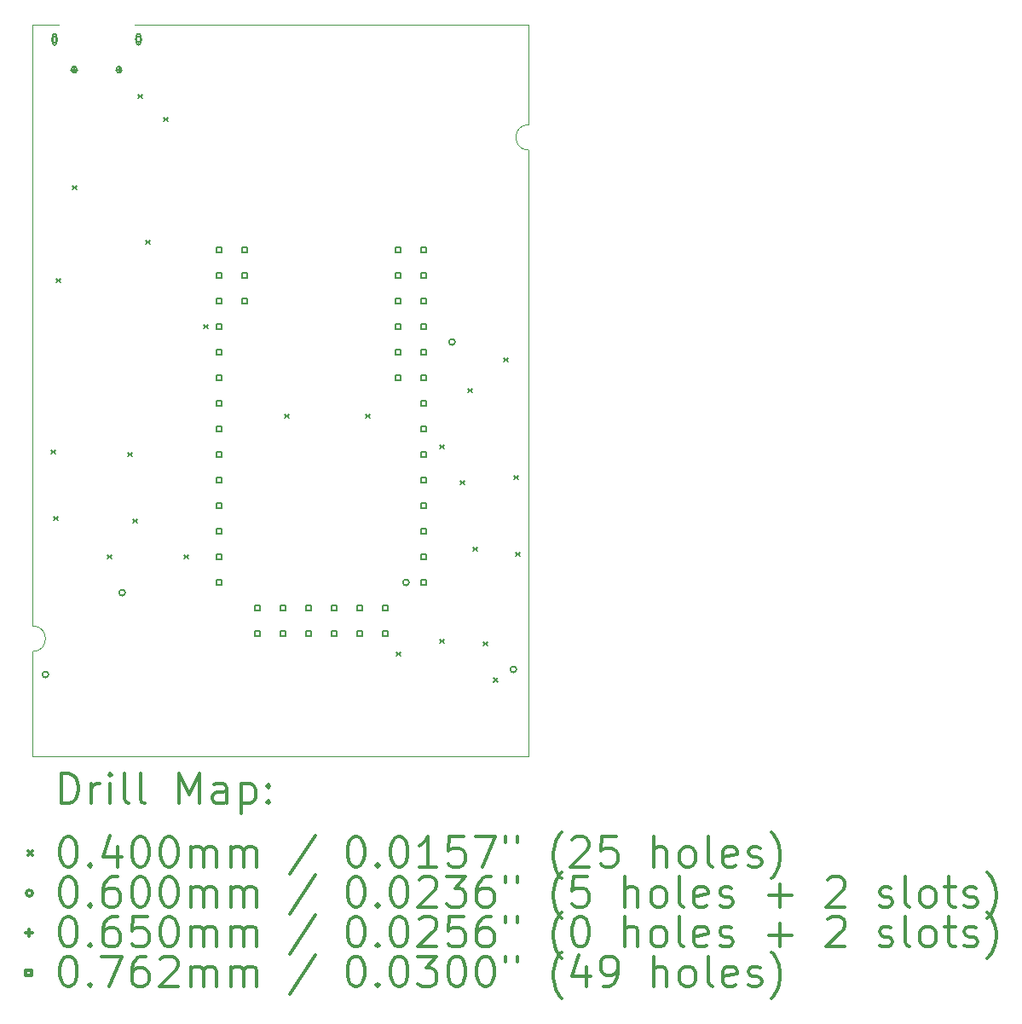
<source format=gbr>
%FSLAX45Y45*%
G04 Gerber Fmt 4.5, Leading zero omitted, Abs format (unit mm)*
G04 Created by KiCad (PCBNEW (5.1.10)-1) date 2022-08-09 16:28:00*
%MOMM*%
%LPD*%
G01*
G04 APERTURE LIST*
%TA.AperFunction,Profile*%
%ADD10C,0.050000*%
%TD*%
%ADD11C,0.200000*%
%ADD12C,0.300000*%
G04 APERTURE END LIST*
D10*
X8921400Y-9651780D02*
X8661400Y-9652000D01*
X13589000Y-9652000D02*
X9671400Y-9651780D01*
X13589000Y-10642600D02*
X13589000Y-9652000D01*
X8661400Y-9652000D02*
X8661400Y-15621000D01*
X13589000Y-16916400D02*
X13589000Y-10896600D01*
X8661400Y-16916400D02*
X13589000Y-16916400D01*
X8661400Y-15875000D02*
X8661400Y-16916400D01*
X13589000Y-10896600D02*
G75*
G02*
X13589000Y-10642600I0J127000D01*
G01*
X8661400Y-15621000D02*
G75*
G02*
X8661400Y-15875000I0J-127000D01*
G01*
D11*
X8844600Y-13873800D02*
X8884600Y-13913800D01*
X8884600Y-13873800D02*
X8844600Y-13913800D01*
X8870000Y-14534200D02*
X8910000Y-14574200D01*
X8910000Y-14534200D02*
X8870000Y-14574200D01*
X8895400Y-12172000D02*
X8935400Y-12212000D01*
X8935400Y-12172000D02*
X8895400Y-12212000D01*
X9057800Y-11247600D02*
X9097800Y-11287600D01*
X9097800Y-11247600D02*
X9057800Y-11287600D01*
X9403400Y-14915200D02*
X9443400Y-14955200D01*
X9443400Y-14915200D02*
X9403400Y-14955200D01*
X9606600Y-13899200D02*
X9646600Y-13939200D01*
X9646600Y-13899200D02*
X9606600Y-13939200D01*
X9657400Y-14559600D02*
X9697400Y-14599600D01*
X9697400Y-14559600D02*
X9657400Y-14599600D01*
X9708200Y-10343200D02*
X9748200Y-10383200D01*
X9748200Y-10343200D02*
X9708200Y-10383200D01*
X9784400Y-11791000D02*
X9824400Y-11831000D01*
X9824400Y-11791000D02*
X9784400Y-11831000D01*
X9962200Y-10571800D02*
X10002200Y-10611800D01*
X10002200Y-10571800D02*
X9962200Y-10611800D01*
X10165400Y-14915200D02*
X10205400Y-14955200D01*
X10205400Y-14915200D02*
X10165400Y-14955200D01*
X10359400Y-12629200D02*
X10399400Y-12669200D01*
X10399400Y-12629200D02*
X10359400Y-12669200D01*
X11166800Y-13518200D02*
X11206800Y-13558200D01*
X11206800Y-13518200D02*
X11166800Y-13558200D01*
X11968800Y-13518200D02*
X12008800Y-13558200D01*
X12008800Y-13518200D02*
X11968800Y-13558200D01*
X12273600Y-15880400D02*
X12313600Y-15920400D01*
X12313600Y-15880400D02*
X12273600Y-15920400D01*
X12705400Y-13823000D02*
X12745400Y-13863000D01*
X12745400Y-13823000D02*
X12705400Y-13863000D01*
X12705400Y-15753400D02*
X12745400Y-15793400D01*
X12745400Y-15753400D02*
X12705400Y-15793400D01*
X12908600Y-14178600D02*
X12948600Y-14218600D01*
X12948600Y-14178600D02*
X12908600Y-14218600D01*
X12984800Y-13264200D02*
X13024800Y-13304200D01*
X13024800Y-13264200D02*
X12984800Y-13304200D01*
X13035600Y-14839000D02*
X13075600Y-14879000D01*
X13075600Y-14839000D02*
X13035600Y-14879000D01*
X13137600Y-15778800D02*
X13177600Y-15818800D01*
X13177600Y-15778800D02*
X13137600Y-15818800D01*
X13242597Y-16138197D02*
X13282597Y-16178197D01*
X13282597Y-16138197D02*
X13242597Y-16178197D01*
X13340400Y-12959400D02*
X13380400Y-12999400D01*
X13380400Y-12959400D02*
X13340400Y-12999400D01*
X13442000Y-14127800D02*
X13482000Y-14167800D01*
X13482000Y-14127800D02*
X13442000Y-14167800D01*
X13462499Y-14889800D02*
X13502499Y-14929800D01*
X13502499Y-14889800D02*
X13462499Y-14929800D01*
X8818400Y-16103600D02*
G75*
G03*
X8818400Y-16103600I-30000J0D01*
G01*
X8908900Y-9796780D02*
G75*
G03*
X8908900Y-9796780I-30000J0D01*
G01*
X8898900Y-9831780D02*
X8898900Y-9761780D01*
X8858900Y-9831780D02*
X8858900Y-9761780D01*
X8898900Y-9761780D02*
G75*
G03*
X8858900Y-9761780I-20000J0D01*
G01*
X8858900Y-9831780D02*
G75*
G03*
X8898900Y-9831780I20000J0D01*
G01*
X9580400Y-15290800D02*
G75*
G03*
X9580400Y-15290800I-30000J0D01*
G01*
X9743900Y-9796780D02*
G75*
G03*
X9743900Y-9796780I-30000J0D01*
G01*
X9733900Y-9831780D02*
X9733900Y-9761780D01*
X9693900Y-9831780D02*
X9693900Y-9761780D01*
X9733900Y-9761780D02*
G75*
G03*
X9693900Y-9761780I-20000J0D01*
G01*
X9693900Y-9831780D02*
G75*
G03*
X9733900Y-9831780I20000J0D01*
G01*
X12399800Y-15189200D02*
G75*
G03*
X12399800Y-15189200I-30000J0D01*
G01*
X12857000Y-12801600D02*
G75*
G03*
X12857000Y-12801600I-30000J0D01*
G01*
X13466600Y-16052800D02*
G75*
G03*
X13466600Y-16052800I-30000J0D01*
G01*
X9073900Y-10064280D02*
X9073900Y-10129280D01*
X9041400Y-10096780D02*
X9106400Y-10096780D01*
X9096400Y-10106780D02*
X9096400Y-10086780D01*
X9051400Y-10106780D02*
X9051400Y-10086780D01*
X9096400Y-10086780D02*
G75*
G03*
X9051400Y-10086780I-22500J0D01*
G01*
X9051400Y-10106780D02*
G75*
G03*
X9096400Y-10106780I22500J0D01*
G01*
X9518900Y-10064280D02*
X9518900Y-10129280D01*
X9486400Y-10096780D02*
X9551400Y-10096780D01*
X9541400Y-10106780D02*
X9541400Y-10086780D01*
X9496400Y-10106780D02*
X9496400Y-10086780D01*
X9541400Y-10086780D02*
G75*
G03*
X9496400Y-10086780I-22500J0D01*
G01*
X9496400Y-10106780D02*
G75*
G03*
X9541400Y-10106780I22500J0D01*
G01*
X10542541Y-11914141D02*
X10542541Y-11860259D01*
X10488659Y-11860259D01*
X10488659Y-11914141D01*
X10542541Y-11914141D01*
X10542541Y-12168141D02*
X10542541Y-12114259D01*
X10488659Y-12114259D01*
X10488659Y-12168141D01*
X10542541Y-12168141D01*
X10542541Y-12422141D02*
X10542541Y-12368259D01*
X10488659Y-12368259D01*
X10488659Y-12422141D01*
X10542541Y-12422141D01*
X10542541Y-12676141D02*
X10542541Y-12622259D01*
X10488659Y-12622259D01*
X10488659Y-12676141D01*
X10542541Y-12676141D01*
X10542541Y-12930141D02*
X10542541Y-12876259D01*
X10488659Y-12876259D01*
X10488659Y-12930141D01*
X10542541Y-12930141D01*
X10542541Y-13184141D02*
X10542541Y-13130259D01*
X10488659Y-13130259D01*
X10488659Y-13184141D01*
X10542541Y-13184141D01*
X10542541Y-13438141D02*
X10542541Y-13384259D01*
X10488659Y-13384259D01*
X10488659Y-13438141D01*
X10542541Y-13438141D01*
X10542541Y-13692141D02*
X10542541Y-13638259D01*
X10488659Y-13638259D01*
X10488659Y-13692141D01*
X10542541Y-13692141D01*
X10542541Y-13946141D02*
X10542541Y-13892259D01*
X10488659Y-13892259D01*
X10488659Y-13946141D01*
X10542541Y-13946141D01*
X10542541Y-14200141D02*
X10542541Y-14146259D01*
X10488659Y-14146259D01*
X10488659Y-14200141D01*
X10542541Y-14200141D01*
X10542541Y-14454141D02*
X10542541Y-14400259D01*
X10488659Y-14400259D01*
X10488659Y-14454141D01*
X10542541Y-14454141D01*
X10542541Y-14708141D02*
X10542541Y-14654259D01*
X10488659Y-14654259D01*
X10488659Y-14708141D01*
X10542541Y-14708141D01*
X10542541Y-14962141D02*
X10542541Y-14908259D01*
X10488659Y-14908259D01*
X10488659Y-14962141D01*
X10542541Y-14962141D01*
X10542541Y-15216141D02*
X10542541Y-15162259D01*
X10488659Y-15162259D01*
X10488659Y-15216141D01*
X10542541Y-15216141D01*
X10796541Y-11914141D02*
X10796541Y-11860259D01*
X10742659Y-11860259D01*
X10742659Y-11914141D01*
X10796541Y-11914141D01*
X10796541Y-12168141D02*
X10796541Y-12114259D01*
X10742659Y-12114259D01*
X10742659Y-12168141D01*
X10796541Y-12168141D01*
X10796541Y-12422141D02*
X10796541Y-12368259D01*
X10742659Y-12368259D01*
X10742659Y-12422141D01*
X10796541Y-12422141D01*
X10923541Y-15470141D02*
X10923541Y-15416259D01*
X10869659Y-15416259D01*
X10869659Y-15470141D01*
X10923541Y-15470141D01*
X10923541Y-15724141D02*
X10923541Y-15670259D01*
X10869659Y-15670259D01*
X10869659Y-15724141D01*
X10923541Y-15724141D01*
X11177541Y-15470141D02*
X11177541Y-15416259D01*
X11123659Y-15416259D01*
X11123659Y-15470141D01*
X11177541Y-15470141D01*
X11177541Y-15724141D02*
X11177541Y-15670259D01*
X11123659Y-15670259D01*
X11123659Y-15724141D01*
X11177541Y-15724141D01*
X11431541Y-15470141D02*
X11431541Y-15416259D01*
X11377659Y-15416259D01*
X11377659Y-15470141D01*
X11431541Y-15470141D01*
X11431541Y-15724141D02*
X11431541Y-15670259D01*
X11377659Y-15670259D01*
X11377659Y-15724141D01*
X11431541Y-15724141D01*
X11685541Y-15470141D02*
X11685541Y-15416259D01*
X11631659Y-15416259D01*
X11631659Y-15470141D01*
X11685541Y-15470141D01*
X11685541Y-15724141D02*
X11685541Y-15670259D01*
X11631659Y-15670259D01*
X11631659Y-15724141D01*
X11685541Y-15724141D01*
X11939541Y-15470141D02*
X11939541Y-15416259D01*
X11885659Y-15416259D01*
X11885659Y-15470141D01*
X11939541Y-15470141D01*
X11939541Y-15724141D02*
X11939541Y-15670259D01*
X11885659Y-15670259D01*
X11885659Y-15724141D01*
X11939541Y-15724141D01*
X12193541Y-15470141D02*
X12193541Y-15416259D01*
X12139659Y-15416259D01*
X12139659Y-15470141D01*
X12193541Y-15470141D01*
X12193541Y-15724141D02*
X12193541Y-15670259D01*
X12139659Y-15670259D01*
X12139659Y-15724141D01*
X12193541Y-15724141D01*
X12320541Y-11914141D02*
X12320541Y-11860259D01*
X12266659Y-11860259D01*
X12266659Y-11914141D01*
X12320541Y-11914141D01*
X12320541Y-12168141D02*
X12320541Y-12114259D01*
X12266659Y-12114259D01*
X12266659Y-12168141D01*
X12320541Y-12168141D01*
X12320541Y-12422141D02*
X12320541Y-12368259D01*
X12266659Y-12368259D01*
X12266659Y-12422141D01*
X12320541Y-12422141D01*
X12320541Y-12676141D02*
X12320541Y-12622259D01*
X12266659Y-12622259D01*
X12266659Y-12676141D01*
X12320541Y-12676141D01*
X12320541Y-12930141D02*
X12320541Y-12876259D01*
X12266659Y-12876259D01*
X12266659Y-12930141D01*
X12320541Y-12930141D01*
X12320541Y-13184141D02*
X12320541Y-13130259D01*
X12266659Y-13130259D01*
X12266659Y-13184141D01*
X12320541Y-13184141D01*
X12574541Y-11914141D02*
X12574541Y-11860259D01*
X12520659Y-11860259D01*
X12520659Y-11914141D01*
X12574541Y-11914141D01*
X12574541Y-12168141D02*
X12574541Y-12114259D01*
X12520659Y-12114259D01*
X12520659Y-12168141D01*
X12574541Y-12168141D01*
X12574541Y-12422141D02*
X12574541Y-12368259D01*
X12520659Y-12368259D01*
X12520659Y-12422141D01*
X12574541Y-12422141D01*
X12574541Y-12676141D02*
X12574541Y-12622259D01*
X12520659Y-12622259D01*
X12520659Y-12676141D01*
X12574541Y-12676141D01*
X12574541Y-12930141D02*
X12574541Y-12876259D01*
X12520659Y-12876259D01*
X12520659Y-12930141D01*
X12574541Y-12930141D01*
X12574541Y-13184141D02*
X12574541Y-13130259D01*
X12520659Y-13130259D01*
X12520659Y-13184141D01*
X12574541Y-13184141D01*
X12574541Y-13438141D02*
X12574541Y-13384259D01*
X12520659Y-13384259D01*
X12520659Y-13438141D01*
X12574541Y-13438141D01*
X12574541Y-13692141D02*
X12574541Y-13638259D01*
X12520659Y-13638259D01*
X12520659Y-13692141D01*
X12574541Y-13692141D01*
X12574541Y-13946141D02*
X12574541Y-13892259D01*
X12520659Y-13892259D01*
X12520659Y-13946141D01*
X12574541Y-13946141D01*
X12574541Y-14200141D02*
X12574541Y-14146259D01*
X12520659Y-14146259D01*
X12520659Y-14200141D01*
X12574541Y-14200141D01*
X12574541Y-14454141D02*
X12574541Y-14400259D01*
X12520659Y-14400259D01*
X12520659Y-14454141D01*
X12574541Y-14454141D01*
X12574541Y-14708141D02*
X12574541Y-14654259D01*
X12520659Y-14654259D01*
X12520659Y-14708141D01*
X12574541Y-14708141D01*
X12574541Y-14962141D02*
X12574541Y-14908259D01*
X12520659Y-14908259D01*
X12520659Y-14962141D01*
X12574541Y-14962141D01*
X12574541Y-15216141D02*
X12574541Y-15162259D01*
X12520659Y-15162259D01*
X12520659Y-15216141D01*
X12574541Y-15216141D01*
D12*
X8945328Y-17384614D02*
X8945328Y-17084614D01*
X9016757Y-17084614D01*
X9059614Y-17098900D01*
X9088186Y-17127472D01*
X9102471Y-17156043D01*
X9116757Y-17213186D01*
X9116757Y-17256043D01*
X9102471Y-17313186D01*
X9088186Y-17341757D01*
X9059614Y-17370329D01*
X9016757Y-17384614D01*
X8945328Y-17384614D01*
X9245328Y-17384614D02*
X9245328Y-17184614D01*
X9245328Y-17241757D02*
X9259614Y-17213186D01*
X9273900Y-17198900D01*
X9302471Y-17184614D01*
X9331043Y-17184614D01*
X9431043Y-17384614D02*
X9431043Y-17184614D01*
X9431043Y-17084614D02*
X9416757Y-17098900D01*
X9431043Y-17113186D01*
X9445328Y-17098900D01*
X9431043Y-17084614D01*
X9431043Y-17113186D01*
X9616757Y-17384614D02*
X9588186Y-17370329D01*
X9573900Y-17341757D01*
X9573900Y-17084614D01*
X9773900Y-17384614D02*
X9745328Y-17370329D01*
X9731043Y-17341757D01*
X9731043Y-17084614D01*
X10116757Y-17384614D02*
X10116757Y-17084614D01*
X10216757Y-17298900D01*
X10316757Y-17084614D01*
X10316757Y-17384614D01*
X10588186Y-17384614D02*
X10588186Y-17227472D01*
X10573900Y-17198900D01*
X10545328Y-17184614D01*
X10488186Y-17184614D01*
X10459614Y-17198900D01*
X10588186Y-17370329D02*
X10559614Y-17384614D01*
X10488186Y-17384614D01*
X10459614Y-17370329D01*
X10445328Y-17341757D01*
X10445328Y-17313186D01*
X10459614Y-17284614D01*
X10488186Y-17270329D01*
X10559614Y-17270329D01*
X10588186Y-17256043D01*
X10731043Y-17184614D02*
X10731043Y-17484614D01*
X10731043Y-17198900D02*
X10759614Y-17184614D01*
X10816757Y-17184614D01*
X10845328Y-17198900D01*
X10859614Y-17213186D01*
X10873900Y-17241757D01*
X10873900Y-17327472D01*
X10859614Y-17356043D01*
X10845328Y-17370329D01*
X10816757Y-17384614D01*
X10759614Y-17384614D01*
X10731043Y-17370329D01*
X11002471Y-17356043D02*
X11016757Y-17370329D01*
X11002471Y-17384614D01*
X10988186Y-17370329D01*
X11002471Y-17356043D01*
X11002471Y-17384614D01*
X11002471Y-17198900D02*
X11016757Y-17213186D01*
X11002471Y-17227472D01*
X10988186Y-17213186D01*
X11002471Y-17198900D01*
X11002471Y-17227472D01*
X8618900Y-17858900D02*
X8658900Y-17898900D01*
X8658900Y-17858900D02*
X8618900Y-17898900D01*
X9002471Y-17714614D02*
X9031043Y-17714614D01*
X9059614Y-17728900D01*
X9073900Y-17743186D01*
X9088186Y-17771757D01*
X9102471Y-17828900D01*
X9102471Y-17900329D01*
X9088186Y-17957472D01*
X9073900Y-17986043D01*
X9059614Y-18000329D01*
X9031043Y-18014614D01*
X9002471Y-18014614D01*
X8973900Y-18000329D01*
X8959614Y-17986043D01*
X8945328Y-17957472D01*
X8931043Y-17900329D01*
X8931043Y-17828900D01*
X8945328Y-17771757D01*
X8959614Y-17743186D01*
X8973900Y-17728900D01*
X9002471Y-17714614D01*
X9231043Y-17986043D02*
X9245328Y-18000329D01*
X9231043Y-18014614D01*
X9216757Y-18000329D01*
X9231043Y-17986043D01*
X9231043Y-18014614D01*
X9502471Y-17814614D02*
X9502471Y-18014614D01*
X9431043Y-17700329D02*
X9359614Y-17914614D01*
X9545328Y-17914614D01*
X9716757Y-17714614D02*
X9745328Y-17714614D01*
X9773900Y-17728900D01*
X9788186Y-17743186D01*
X9802471Y-17771757D01*
X9816757Y-17828900D01*
X9816757Y-17900329D01*
X9802471Y-17957472D01*
X9788186Y-17986043D01*
X9773900Y-18000329D01*
X9745328Y-18014614D01*
X9716757Y-18014614D01*
X9688186Y-18000329D01*
X9673900Y-17986043D01*
X9659614Y-17957472D01*
X9645328Y-17900329D01*
X9645328Y-17828900D01*
X9659614Y-17771757D01*
X9673900Y-17743186D01*
X9688186Y-17728900D01*
X9716757Y-17714614D01*
X10002471Y-17714614D02*
X10031043Y-17714614D01*
X10059614Y-17728900D01*
X10073900Y-17743186D01*
X10088186Y-17771757D01*
X10102471Y-17828900D01*
X10102471Y-17900329D01*
X10088186Y-17957472D01*
X10073900Y-17986043D01*
X10059614Y-18000329D01*
X10031043Y-18014614D01*
X10002471Y-18014614D01*
X9973900Y-18000329D01*
X9959614Y-17986043D01*
X9945328Y-17957472D01*
X9931043Y-17900329D01*
X9931043Y-17828900D01*
X9945328Y-17771757D01*
X9959614Y-17743186D01*
X9973900Y-17728900D01*
X10002471Y-17714614D01*
X10231043Y-18014614D02*
X10231043Y-17814614D01*
X10231043Y-17843186D02*
X10245328Y-17828900D01*
X10273900Y-17814614D01*
X10316757Y-17814614D01*
X10345328Y-17828900D01*
X10359614Y-17857472D01*
X10359614Y-18014614D01*
X10359614Y-17857472D02*
X10373900Y-17828900D01*
X10402471Y-17814614D01*
X10445328Y-17814614D01*
X10473900Y-17828900D01*
X10488186Y-17857472D01*
X10488186Y-18014614D01*
X10631043Y-18014614D02*
X10631043Y-17814614D01*
X10631043Y-17843186D02*
X10645328Y-17828900D01*
X10673900Y-17814614D01*
X10716757Y-17814614D01*
X10745328Y-17828900D01*
X10759614Y-17857472D01*
X10759614Y-18014614D01*
X10759614Y-17857472D02*
X10773900Y-17828900D01*
X10802471Y-17814614D01*
X10845328Y-17814614D01*
X10873900Y-17828900D01*
X10888186Y-17857472D01*
X10888186Y-18014614D01*
X11473900Y-17700329D02*
X11216757Y-18086043D01*
X11859614Y-17714614D02*
X11888186Y-17714614D01*
X11916757Y-17728900D01*
X11931043Y-17743186D01*
X11945328Y-17771757D01*
X11959614Y-17828900D01*
X11959614Y-17900329D01*
X11945328Y-17957472D01*
X11931043Y-17986043D01*
X11916757Y-18000329D01*
X11888186Y-18014614D01*
X11859614Y-18014614D01*
X11831043Y-18000329D01*
X11816757Y-17986043D01*
X11802471Y-17957472D01*
X11788186Y-17900329D01*
X11788186Y-17828900D01*
X11802471Y-17771757D01*
X11816757Y-17743186D01*
X11831043Y-17728900D01*
X11859614Y-17714614D01*
X12088186Y-17986043D02*
X12102471Y-18000329D01*
X12088186Y-18014614D01*
X12073900Y-18000329D01*
X12088186Y-17986043D01*
X12088186Y-18014614D01*
X12288186Y-17714614D02*
X12316757Y-17714614D01*
X12345328Y-17728900D01*
X12359614Y-17743186D01*
X12373900Y-17771757D01*
X12388186Y-17828900D01*
X12388186Y-17900329D01*
X12373900Y-17957472D01*
X12359614Y-17986043D01*
X12345328Y-18000329D01*
X12316757Y-18014614D01*
X12288186Y-18014614D01*
X12259614Y-18000329D01*
X12245328Y-17986043D01*
X12231043Y-17957472D01*
X12216757Y-17900329D01*
X12216757Y-17828900D01*
X12231043Y-17771757D01*
X12245328Y-17743186D01*
X12259614Y-17728900D01*
X12288186Y-17714614D01*
X12673900Y-18014614D02*
X12502471Y-18014614D01*
X12588186Y-18014614D02*
X12588186Y-17714614D01*
X12559614Y-17757472D01*
X12531043Y-17786043D01*
X12502471Y-17800329D01*
X12945328Y-17714614D02*
X12802471Y-17714614D01*
X12788186Y-17857472D01*
X12802471Y-17843186D01*
X12831043Y-17828900D01*
X12902471Y-17828900D01*
X12931043Y-17843186D01*
X12945328Y-17857472D01*
X12959614Y-17886043D01*
X12959614Y-17957472D01*
X12945328Y-17986043D01*
X12931043Y-18000329D01*
X12902471Y-18014614D01*
X12831043Y-18014614D01*
X12802471Y-18000329D01*
X12788186Y-17986043D01*
X13059614Y-17714614D02*
X13259614Y-17714614D01*
X13131043Y-18014614D01*
X13359614Y-17714614D02*
X13359614Y-17771757D01*
X13473900Y-17714614D02*
X13473900Y-17771757D01*
X13916757Y-18128900D02*
X13902471Y-18114614D01*
X13873900Y-18071757D01*
X13859614Y-18043186D01*
X13845328Y-18000329D01*
X13831043Y-17928900D01*
X13831043Y-17871757D01*
X13845328Y-17800329D01*
X13859614Y-17757472D01*
X13873900Y-17728900D01*
X13902471Y-17686043D01*
X13916757Y-17671757D01*
X14016757Y-17743186D02*
X14031043Y-17728900D01*
X14059614Y-17714614D01*
X14131043Y-17714614D01*
X14159614Y-17728900D01*
X14173900Y-17743186D01*
X14188186Y-17771757D01*
X14188186Y-17800329D01*
X14173900Y-17843186D01*
X14002471Y-18014614D01*
X14188186Y-18014614D01*
X14459614Y-17714614D02*
X14316757Y-17714614D01*
X14302471Y-17857472D01*
X14316757Y-17843186D01*
X14345328Y-17828900D01*
X14416757Y-17828900D01*
X14445328Y-17843186D01*
X14459614Y-17857472D01*
X14473900Y-17886043D01*
X14473900Y-17957472D01*
X14459614Y-17986043D01*
X14445328Y-18000329D01*
X14416757Y-18014614D01*
X14345328Y-18014614D01*
X14316757Y-18000329D01*
X14302471Y-17986043D01*
X14831043Y-18014614D02*
X14831043Y-17714614D01*
X14959614Y-18014614D02*
X14959614Y-17857472D01*
X14945328Y-17828900D01*
X14916757Y-17814614D01*
X14873900Y-17814614D01*
X14845328Y-17828900D01*
X14831043Y-17843186D01*
X15145328Y-18014614D02*
X15116757Y-18000329D01*
X15102471Y-17986043D01*
X15088186Y-17957472D01*
X15088186Y-17871757D01*
X15102471Y-17843186D01*
X15116757Y-17828900D01*
X15145328Y-17814614D01*
X15188186Y-17814614D01*
X15216757Y-17828900D01*
X15231043Y-17843186D01*
X15245328Y-17871757D01*
X15245328Y-17957472D01*
X15231043Y-17986043D01*
X15216757Y-18000329D01*
X15188186Y-18014614D01*
X15145328Y-18014614D01*
X15416757Y-18014614D02*
X15388186Y-18000329D01*
X15373900Y-17971757D01*
X15373900Y-17714614D01*
X15645328Y-18000329D02*
X15616757Y-18014614D01*
X15559614Y-18014614D01*
X15531043Y-18000329D01*
X15516757Y-17971757D01*
X15516757Y-17857472D01*
X15531043Y-17828900D01*
X15559614Y-17814614D01*
X15616757Y-17814614D01*
X15645328Y-17828900D01*
X15659614Y-17857472D01*
X15659614Y-17886043D01*
X15516757Y-17914614D01*
X15773900Y-18000329D02*
X15802471Y-18014614D01*
X15859614Y-18014614D01*
X15888186Y-18000329D01*
X15902471Y-17971757D01*
X15902471Y-17957472D01*
X15888186Y-17928900D01*
X15859614Y-17914614D01*
X15816757Y-17914614D01*
X15788186Y-17900329D01*
X15773900Y-17871757D01*
X15773900Y-17857472D01*
X15788186Y-17828900D01*
X15816757Y-17814614D01*
X15859614Y-17814614D01*
X15888186Y-17828900D01*
X16002471Y-18128900D02*
X16016757Y-18114614D01*
X16045328Y-18071757D01*
X16059614Y-18043186D01*
X16073900Y-18000329D01*
X16088186Y-17928900D01*
X16088186Y-17871757D01*
X16073900Y-17800329D01*
X16059614Y-17757472D01*
X16045328Y-17728900D01*
X16016757Y-17686043D01*
X16002471Y-17671757D01*
X8658900Y-18274900D02*
G75*
G03*
X8658900Y-18274900I-30000J0D01*
G01*
X9002471Y-18110614D02*
X9031043Y-18110614D01*
X9059614Y-18124900D01*
X9073900Y-18139186D01*
X9088186Y-18167757D01*
X9102471Y-18224900D01*
X9102471Y-18296329D01*
X9088186Y-18353472D01*
X9073900Y-18382043D01*
X9059614Y-18396329D01*
X9031043Y-18410614D01*
X9002471Y-18410614D01*
X8973900Y-18396329D01*
X8959614Y-18382043D01*
X8945328Y-18353472D01*
X8931043Y-18296329D01*
X8931043Y-18224900D01*
X8945328Y-18167757D01*
X8959614Y-18139186D01*
X8973900Y-18124900D01*
X9002471Y-18110614D01*
X9231043Y-18382043D02*
X9245328Y-18396329D01*
X9231043Y-18410614D01*
X9216757Y-18396329D01*
X9231043Y-18382043D01*
X9231043Y-18410614D01*
X9502471Y-18110614D02*
X9445328Y-18110614D01*
X9416757Y-18124900D01*
X9402471Y-18139186D01*
X9373900Y-18182043D01*
X9359614Y-18239186D01*
X9359614Y-18353472D01*
X9373900Y-18382043D01*
X9388186Y-18396329D01*
X9416757Y-18410614D01*
X9473900Y-18410614D01*
X9502471Y-18396329D01*
X9516757Y-18382043D01*
X9531043Y-18353472D01*
X9531043Y-18282043D01*
X9516757Y-18253472D01*
X9502471Y-18239186D01*
X9473900Y-18224900D01*
X9416757Y-18224900D01*
X9388186Y-18239186D01*
X9373900Y-18253472D01*
X9359614Y-18282043D01*
X9716757Y-18110614D02*
X9745328Y-18110614D01*
X9773900Y-18124900D01*
X9788186Y-18139186D01*
X9802471Y-18167757D01*
X9816757Y-18224900D01*
X9816757Y-18296329D01*
X9802471Y-18353472D01*
X9788186Y-18382043D01*
X9773900Y-18396329D01*
X9745328Y-18410614D01*
X9716757Y-18410614D01*
X9688186Y-18396329D01*
X9673900Y-18382043D01*
X9659614Y-18353472D01*
X9645328Y-18296329D01*
X9645328Y-18224900D01*
X9659614Y-18167757D01*
X9673900Y-18139186D01*
X9688186Y-18124900D01*
X9716757Y-18110614D01*
X10002471Y-18110614D02*
X10031043Y-18110614D01*
X10059614Y-18124900D01*
X10073900Y-18139186D01*
X10088186Y-18167757D01*
X10102471Y-18224900D01*
X10102471Y-18296329D01*
X10088186Y-18353472D01*
X10073900Y-18382043D01*
X10059614Y-18396329D01*
X10031043Y-18410614D01*
X10002471Y-18410614D01*
X9973900Y-18396329D01*
X9959614Y-18382043D01*
X9945328Y-18353472D01*
X9931043Y-18296329D01*
X9931043Y-18224900D01*
X9945328Y-18167757D01*
X9959614Y-18139186D01*
X9973900Y-18124900D01*
X10002471Y-18110614D01*
X10231043Y-18410614D02*
X10231043Y-18210614D01*
X10231043Y-18239186D02*
X10245328Y-18224900D01*
X10273900Y-18210614D01*
X10316757Y-18210614D01*
X10345328Y-18224900D01*
X10359614Y-18253472D01*
X10359614Y-18410614D01*
X10359614Y-18253472D02*
X10373900Y-18224900D01*
X10402471Y-18210614D01*
X10445328Y-18210614D01*
X10473900Y-18224900D01*
X10488186Y-18253472D01*
X10488186Y-18410614D01*
X10631043Y-18410614D02*
X10631043Y-18210614D01*
X10631043Y-18239186D02*
X10645328Y-18224900D01*
X10673900Y-18210614D01*
X10716757Y-18210614D01*
X10745328Y-18224900D01*
X10759614Y-18253472D01*
X10759614Y-18410614D01*
X10759614Y-18253472D02*
X10773900Y-18224900D01*
X10802471Y-18210614D01*
X10845328Y-18210614D01*
X10873900Y-18224900D01*
X10888186Y-18253472D01*
X10888186Y-18410614D01*
X11473900Y-18096329D02*
X11216757Y-18482043D01*
X11859614Y-18110614D02*
X11888186Y-18110614D01*
X11916757Y-18124900D01*
X11931043Y-18139186D01*
X11945328Y-18167757D01*
X11959614Y-18224900D01*
X11959614Y-18296329D01*
X11945328Y-18353472D01*
X11931043Y-18382043D01*
X11916757Y-18396329D01*
X11888186Y-18410614D01*
X11859614Y-18410614D01*
X11831043Y-18396329D01*
X11816757Y-18382043D01*
X11802471Y-18353472D01*
X11788186Y-18296329D01*
X11788186Y-18224900D01*
X11802471Y-18167757D01*
X11816757Y-18139186D01*
X11831043Y-18124900D01*
X11859614Y-18110614D01*
X12088186Y-18382043D02*
X12102471Y-18396329D01*
X12088186Y-18410614D01*
X12073900Y-18396329D01*
X12088186Y-18382043D01*
X12088186Y-18410614D01*
X12288186Y-18110614D02*
X12316757Y-18110614D01*
X12345328Y-18124900D01*
X12359614Y-18139186D01*
X12373900Y-18167757D01*
X12388186Y-18224900D01*
X12388186Y-18296329D01*
X12373900Y-18353472D01*
X12359614Y-18382043D01*
X12345328Y-18396329D01*
X12316757Y-18410614D01*
X12288186Y-18410614D01*
X12259614Y-18396329D01*
X12245328Y-18382043D01*
X12231043Y-18353472D01*
X12216757Y-18296329D01*
X12216757Y-18224900D01*
X12231043Y-18167757D01*
X12245328Y-18139186D01*
X12259614Y-18124900D01*
X12288186Y-18110614D01*
X12502471Y-18139186D02*
X12516757Y-18124900D01*
X12545328Y-18110614D01*
X12616757Y-18110614D01*
X12645328Y-18124900D01*
X12659614Y-18139186D01*
X12673900Y-18167757D01*
X12673900Y-18196329D01*
X12659614Y-18239186D01*
X12488186Y-18410614D01*
X12673900Y-18410614D01*
X12773900Y-18110614D02*
X12959614Y-18110614D01*
X12859614Y-18224900D01*
X12902471Y-18224900D01*
X12931043Y-18239186D01*
X12945328Y-18253472D01*
X12959614Y-18282043D01*
X12959614Y-18353472D01*
X12945328Y-18382043D01*
X12931043Y-18396329D01*
X12902471Y-18410614D01*
X12816757Y-18410614D01*
X12788186Y-18396329D01*
X12773900Y-18382043D01*
X13216757Y-18110614D02*
X13159614Y-18110614D01*
X13131043Y-18124900D01*
X13116757Y-18139186D01*
X13088186Y-18182043D01*
X13073900Y-18239186D01*
X13073900Y-18353472D01*
X13088186Y-18382043D01*
X13102471Y-18396329D01*
X13131043Y-18410614D01*
X13188186Y-18410614D01*
X13216757Y-18396329D01*
X13231043Y-18382043D01*
X13245328Y-18353472D01*
X13245328Y-18282043D01*
X13231043Y-18253472D01*
X13216757Y-18239186D01*
X13188186Y-18224900D01*
X13131043Y-18224900D01*
X13102471Y-18239186D01*
X13088186Y-18253472D01*
X13073900Y-18282043D01*
X13359614Y-18110614D02*
X13359614Y-18167757D01*
X13473900Y-18110614D02*
X13473900Y-18167757D01*
X13916757Y-18524900D02*
X13902471Y-18510614D01*
X13873900Y-18467757D01*
X13859614Y-18439186D01*
X13845328Y-18396329D01*
X13831043Y-18324900D01*
X13831043Y-18267757D01*
X13845328Y-18196329D01*
X13859614Y-18153472D01*
X13873900Y-18124900D01*
X13902471Y-18082043D01*
X13916757Y-18067757D01*
X14173900Y-18110614D02*
X14031043Y-18110614D01*
X14016757Y-18253472D01*
X14031043Y-18239186D01*
X14059614Y-18224900D01*
X14131043Y-18224900D01*
X14159614Y-18239186D01*
X14173900Y-18253472D01*
X14188186Y-18282043D01*
X14188186Y-18353472D01*
X14173900Y-18382043D01*
X14159614Y-18396329D01*
X14131043Y-18410614D01*
X14059614Y-18410614D01*
X14031043Y-18396329D01*
X14016757Y-18382043D01*
X14545328Y-18410614D02*
X14545328Y-18110614D01*
X14673900Y-18410614D02*
X14673900Y-18253472D01*
X14659614Y-18224900D01*
X14631043Y-18210614D01*
X14588186Y-18210614D01*
X14559614Y-18224900D01*
X14545328Y-18239186D01*
X14859614Y-18410614D02*
X14831043Y-18396329D01*
X14816757Y-18382043D01*
X14802471Y-18353472D01*
X14802471Y-18267757D01*
X14816757Y-18239186D01*
X14831043Y-18224900D01*
X14859614Y-18210614D01*
X14902471Y-18210614D01*
X14931043Y-18224900D01*
X14945328Y-18239186D01*
X14959614Y-18267757D01*
X14959614Y-18353472D01*
X14945328Y-18382043D01*
X14931043Y-18396329D01*
X14902471Y-18410614D01*
X14859614Y-18410614D01*
X15131043Y-18410614D02*
X15102471Y-18396329D01*
X15088186Y-18367757D01*
X15088186Y-18110614D01*
X15359614Y-18396329D02*
X15331043Y-18410614D01*
X15273900Y-18410614D01*
X15245328Y-18396329D01*
X15231043Y-18367757D01*
X15231043Y-18253472D01*
X15245328Y-18224900D01*
X15273900Y-18210614D01*
X15331043Y-18210614D01*
X15359614Y-18224900D01*
X15373900Y-18253472D01*
X15373900Y-18282043D01*
X15231043Y-18310614D01*
X15488186Y-18396329D02*
X15516757Y-18410614D01*
X15573900Y-18410614D01*
X15602471Y-18396329D01*
X15616757Y-18367757D01*
X15616757Y-18353472D01*
X15602471Y-18324900D01*
X15573900Y-18310614D01*
X15531043Y-18310614D01*
X15502471Y-18296329D01*
X15488186Y-18267757D01*
X15488186Y-18253472D01*
X15502471Y-18224900D01*
X15531043Y-18210614D01*
X15573900Y-18210614D01*
X15602471Y-18224900D01*
X15973900Y-18296329D02*
X16202471Y-18296329D01*
X16088186Y-18410614D02*
X16088186Y-18182043D01*
X16559614Y-18139186D02*
X16573900Y-18124900D01*
X16602471Y-18110614D01*
X16673900Y-18110614D01*
X16702471Y-18124900D01*
X16716757Y-18139186D01*
X16731043Y-18167757D01*
X16731043Y-18196329D01*
X16716757Y-18239186D01*
X16545328Y-18410614D01*
X16731043Y-18410614D01*
X17073900Y-18396329D02*
X17102471Y-18410614D01*
X17159614Y-18410614D01*
X17188186Y-18396329D01*
X17202471Y-18367757D01*
X17202471Y-18353472D01*
X17188186Y-18324900D01*
X17159614Y-18310614D01*
X17116757Y-18310614D01*
X17088186Y-18296329D01*
X17073900Y-18267757D01*
X17073900Y-18253472D01*
X17088186Y-18224900D01*
X17116757Y-18210614D01*
X17159614Y-18210614D01*
X17188186Y-18224900D01*
X17373900Y-18410614D02*
X17345328Y-18396329D01*
X17331043Y-18367757D01*
X17331043Y-18110614D01*
X17531043Y-18410614D02*
X17502471Y-18396329D01*
X17488186Y-18382043D01*
X17473900Y-18353472D01*
X17473900Y-18267757D01*
X17488186Y-18239186D01*
X17502471Y-18224900D01*
X17531043Y-18210614D01*
X17573900Y-18210614D01*
X17602471Y-18224900D01*
X17616757Y-18239186D01*
X17631043Y-18267757D01*
X17631043Y-18353472D01*
X17616757Y-18382043D01*
X17602471Y-18396329D01*
X17573900Y-18410614D01*
X17531043Y-18410614D01*
X17716757Y-18210614D02*
X17831043Y-18210614D01*
X17759614Y-18110614D02*
X17759614Y-18367757D01*
X17773900Y-18396329D01*
X17802471Y-18410614D01*
X17831043Y-18410614D01*
X17916757Y-18396329D02*
X17945328Y-18410614D01*
X18002471Y-18410614D01*
X18031043Y-18396329D01*
X18045328Y-18367757D01*
X18045328Y-18353472D01*
X18031043Y-18324900D01*
X18002471Y-18310614D01*
X17959614Y-18310614D01*
X17931043Y-18296329D01*
X17916757Y-18267757D01*
X17916757Y-18253472D01*
X17931043Y-18224900D01*
X17959614Y-18210614D01*
X18002471Y-18210614D01*
X18031043Y-18224900D01*
X18145328Y-18524900D02*
X18159614Y-18510614D01*
X18188186Y-18467757D01*
X18202471Y-18439186D01*
X18216757Y-18396329D01*
X18231043Y-18324900D01*
X18231043Y-18267757D01*
X18216757Y-18196329D01*
X18202471Y-18153472D01*
X18188186Y-18124900D01*
X18159614Y-18082043D01*
X18145328Y-18067757D01*
X8626400Y-18638400D02*
X8626400Y-18703400D01*
X8593900Y-18670900D02*
X8658900Y-18670900D01*
X9002471Y-18506614D02*
X9031043Y-18506614D01*
X9059614Y-18520900D01*
X9073900Y-18535186D01*
X9088186Y-18563757D01*
X9102471Y-18620900D01*
X9102471Y-18692329D01*
X9088186Y-18749472D01*
X9073900Y-18778043D01*
X9059614Y-18792329D01*
X9031043Y-18806614D01*
X9002471Y-18806614D01*
X8973900Y-18792329D01*
X8959614Y-18778043D01*
X8945328Y-18749472D01*
X8931043Y-18692329D01*
X8931043Y-18620900D01*
X8945328Y-18563757D01*
X8959614Y-18535186D01*
X8973900Y-18520900D01*
X9002471Y-18506614D01*
X9231043Y-18778043D02*
X9245328Y-18792329D01*
X9231043Y-18806614D01*
X9216757Y-18792329D01*
X9231043Y-18778043D01*
X9231043Y-18806614D01*
X9502471Y-18506614D02*
X9445328Y-18506614D01*
X9416757Y-18520900D01*
X9402471Y-18535186D01*
X9373900Y-18578043D01*
X9359614Y-18635186D01*
X9359614Y-18749472D01*
X9373900Y-18778043D01*
X9388186Y-18792329D01*
X9416757Y-18806614D01*
X9473900Y-18806614D01*
X9502471Y-18792329D01*
X9516757Y-18778043D01*
X9531043Y-18749472D01*
X9531043Y-18678043D01*
X9516757Y-18649472D01*
X9502471Y-18635186D01*
X9473900Y-18620900D01*
X9416757Y-18620900D01*
X9388186Y-18635186D01*
X9373900Y-18649472D01*
X9359614Y-18678043D01*
X9802471Y-18506614D02*
X9659614Y-18506614D01*
X9645328Y-18649472D01*
X9659614Y-18635186D01*
X9688186Y-18620900D01*
X9759614Y-18620900D01*
X9788186Y-18635186D01*
X9802471Y-18649472D01*
X9816757Y-18678043D01*
X9816757Y-18749472D01*
X9802471Y-18778043D01*
X9788186Y-18792329D01*
X9759614Y-18806614D01*
X9688186Y-18806614D01*
X9659614Y-18792329D01*
X9645328Y-18778043D01*
X10002471Y-18506614D02*
X10031043Y-18506614D01*
X10059614Y-18520900D01*
X10073900Y-18535186D01*
X10088186Y-18563757D01*
X10102471Y-18620900D01*
X10102471Y-18692329D01*
X10088186Y-18749472D01*
X10073900Y-18778043D01*
X10059614Y-18792329D01*
X10031043Y-18806614D01*
X10002471Y-18806614D01*
X9973900Y-18792329D01*
X9959614Y-18778043D01*
X9945328Y-18749472D01*
X9931043Y-18692329D01*
X9931043Y-18620900D01*
X9945328Y-18563757D01*
X9959614Y-18535186D01*
X9973900Y-18520900D01*
X10002471Y-18506614D01*
X10231043Y-18806614D02*
X10231043Y-18606614D01*
X10231043Y-18635186D02*
X10245328Y-18620900D01*
X10273900Y-18606614D01*
X10316757Y-18606614D01*
X10345328Y-18620900D01*
X10359614Y-18649472D01*
X10359614Y-18806614D01*
X10359614Y-18649472D02*
X10373900Y-18620900D01*
X10402471Y-18606614D01*
X10445328Y-18606614D01*
X10473900Y-18620900D01*
X10488186Y-18649472D01*
X10488186Y-18806614D01*
X10631043Y-18806614D02*
X10631043Y-18606614D01*
X10631043Y-18635186D02*
X10645328Y-18620900D01*
X10673900Y-18606614D01*
X10716757Y-18606614D01*
X10745328Y-18620900D01*
X10759614Y-18649472D01*
X10759614Y-18806614D01*
X10759614Y-18649472D02*
X10773900Y-18620900D01*
X10802471Y-18606614D01*
X10845328Y-18606614D01*
X10873900Y-18620900D01*
X10888186Y-18649472D01*
X10888186Y-18806614D01*
X11473900Y-18492329D02*
X11216757Y-18878043D01*
X11859614Y-18506614D02*
X11888186Y-18506614D01*
X11916757Y-18520900D01*
X11931043Y-18535186D01*
X11945328Y-18563757D01*
X11959614Y-18620900D01*
X11959614Y-18692329D01*
X11945328Y-18749472D01*
X11931043Y-18778043D01*
X11916757Y-18792329D01*
X11888186Y-18806614D01*
X11859614Y-18806614D01*
X11831043Y-18792329D01*
X11816757Y-18778043D01*
X11802471Y-18749472D01*
X11788186Y-18692329D01*
X11788186Y-18620900D01*
X11802471Y-18563757D01*
X11816757Y-18535186D01*
X11831043Y-18520900D01*
X11859614Y-18506614D01*
X12088186Y-18778043D02*
X12102471Y-18792329D01*
X12088186Y-18806614D01*
X12073900Y-18792329D01*
X12088186Y-18778043D01*
X12088186Y-18806614D01*
X12288186Y-18506614D02*
X12316757Y-18506614D01*
X12345328Y-18520900D01*
X12359614Y-18535186D01*
X12373900Y-18563757D01*
X12388186Y-18620900D01*
X12388186Y-18692329D01*
X12373900Y-18749472D01*
X12359614Y-18778043D01*
X12345328Y-18792329D01*
X12316757Y-18806614D01*
X12288186Y-18806614D01*
X12259614Y-18792329D01*
X12245328Y-18778043D01*
X12231043Y-18749472D01*
X12216757Y-18692329D01*
X12216757Y-18620900D01*
X12231043Y-18563757D01*
X12245328Y-18535186D01*
X12259614Y-18520900D01*
X12288186Y-18506614D01*
X12502471Y-18535186D02*
X12516757Y-18520900D01*
X12545328Y-18506614D01*
X12616757Y-18506614D01*
X12645328Y-18520900D01*
X12659614Y-18535186D01*
X12673900Y-18563757D01*
X12673900Y-18592329D01*
X12659614Y-18635186D01*
X12488186Y-18806614D01*
X12673900Y-18806614D01*
X12945328Y-18506614D02*
X12802471Y-18506614D01*
X12788186Y-18649472D01*
X12802471Y-18635186D01*
X12831043Y-18620900D01*
X12902471Y-18620900D01*
X12931043Y-18635186D01*
X12945328Y-18649472D01*
X12959614Y-18678043D01*
X12959614Y-18749472D01*
X12945328Y-18778043D01*
X12931043Y-18792329D01*
X12902471Y-18806614D01*
X12831043Y-18806614D01*
X12802471Y-18792329D01*
X12788186Y-18778043D01*
X13216757Y-18506614D02*
X13159614Y-18506614D01*
X13131043Y-18520900D01*
X13116757Y-18535186D01*
X13088186Y-18578043D01*
X13073900Y-18635186D01*
X13073900Y-18749472D01*
X13088186Y-18778043D01*
X13102471Y-18792329D01*
X13131043Y-18806614D01*
X13188186Y-18806614D01*
X13216757Y-18792329D01*
X13231043Y-18778043D01*
X13245328Y-18749472D01*
X13245328Y-18678043D01*
X13231043Y-18649472D01*
X13216757Y-18635186D01*
X13188186Y-18620900D01*
X13131043Y-18620900D01*
X13102471Y-18635186D01*
X13088186Y-18649472D01*
X13073900Y-18678043D01*
X13359614Y-18506614D02*
X13359614Y-18563757D01*
X13473900Y-18506614D02*
X13473900Y-18563757D01*
X13916757Y-18920900D02*
X13902471Y-18906614D01*
X13873900Y-18863757D01*
X13859614Y-18835186D01*
X13845328Y-18792329D01*
X13831043Y-18720900D01*
X13831043Y-18663757D01*
X13845328Y-18592329D01*
X13859614Y-18549472D01*
X13873900Y-18520900D01*
X13902471Y-18478043D01*
X13916757Y-18463757D01*
X14088186Y-18506614D02*
X14116757Y-18506614D01*
X14145328Y-18520900D01*
X14159614Y-18535186D01*
X14173900Y-18563757D01*
X14188186Y-18620900D01*
X14188186Y-18692329D01*
X14173900Y-18749472D01*
X14159614Y-18778043D01*
X14145328Y-18792329D01*
X14116757Y-18806614D01*
X14088186Y-18806614D01*
X14059614Y-18792329D01*
X14045328Y-18778043D01*
X14031043Y-18749472D01*
X14016757Y-18692329D01*
X14016757Y-18620900D01*
X14031043Y-18563757D01*
X14045328Y-18535186D01*
X14059614Y-18520900D01*
X14088186Y-18506614D01*
X14545328Y-18806614D02*
X14545328Y-18506614D01*
X14673900Y-18806614D02*
X14673900Y-18649472D01*
X14659614Y-18620900D01*
X14631043Y-18606614D01*
X14588186Y-18606614D01*
X14559614Y-18620900D01*
X14545328Y-18635186D01*
X14859614Y-18806614D02*
X14831043Y-18792329D01*
X14816757Y-18778043D01*
X14802471Y-18749472D01*
X14802471Y-18663757D01*
X14816757Y-18635186D01*
X14831043Y-18620900D01*
X14859614Y-18606614D01*
X14902471Y-18606614D01*
X14931043Y-18620900D01*
X14945328Y-18635186D01*
X14959614Y-18663757D01*
X14959614Y-18749472D01*
X14945328Y-18778043D01*
X14931043Y-18792329D01*
X14902471Y-18806614D01*
X14859614Y-18806614D01*
X15131043Y-18806614D02*
X15102471Y-18792329D01*
X15088186Y-18763757D01*
X15088186Y-18506614D01*
X15359614Y-18792329D02*
X15331043Y-18806614D01*
X15273900Y-18806614D01*
X15245328Y-18792329D01*
X15231043Y-18763757D01*
X15231043Y-18649472D01*
X15245328Y-18620900D01*
X15273900Y-18606614D01*
X15331043Y-18606614D01*
X15359614Y-18620900D01*
X15373900Y-18649472D01*
X15373900Y-18678043D01*
X15231043Y-18706614D01*
X15488186Y-18792329D02*
X15516757Y-18806614D01*
X15573900Y-18806614D01*
X15602471Y-18792329D01*
X15616757Y-18763757D01*
X15616757Y-18749472D01*
X15602471Y-18720900D01*
X15573900Y-18706614D01*
X15531043Y-18706614D01*
X15502471Y-18692329D01*
X15488186Y-18663757D01*
X15488186Y-18649472D01*
X15502471Y-18620900D01*
X15531043Y-18606614D01*
X15573900Y-18606614D01*
X15602471Y-18620900D01*
X15973900Y-18692329D02*
X16202471Y-18692329D01*
X16088186Y-18806614D02*
X16088186Y-18578043D01*
X16559614Y-18535186D02*
X16573900Y-18520900D01*
X16602471Y-18506614D01*
X16673900Y-18506614D01*
X16702471Y-18520900D01*
X16716757Y-18535186D01*
X16731043Y-18563757D01*
X16731043Y-18592329D01*
X16716757Y-18635186D01*
X16545328Y-18806614D01*
X16731043Y-18806614D01*
X17073900Y-18792329D02*
X17102471Y-18806614D01*
X17159614Y-18806614D01*
X17188186Y-18792329D01*
X17202471Y-18763757D01*
X17202471Y-18749472D01*
X17188186Y-18720900D01*
X17159614Y-18706614D01*
X17116757Y-18706614D01*
X17088186Y-18692329D01*
X17073900Y-18663757D01*
X17073900Y-18649472D01*
X17088186Y-18620900D01*
X17116757Y-18606614D01*
X17159614Y-18606614D01*
X17188186Y-18620900D01*
X17373900Y-18806614D02*
X17345328Y-18792329D01*
X17331043Y-18763757D01*
X17331043Y-18506614D01*
X17531043Y-18806614D02*
X17502471Y-18792329D01*
X17488186Y-18778043D01*
X17473900Y-18749472D01*
X17473900Y-18663757D01*
X17488186Y-18635186D01*
X17502471Y-18620900D01*
X17531043Y-18606614D01*
X17573900Y-18606614D01*
X17602471Y-18620900D01*
X17616757Y-18635186D01*
X17631043Y-18663757D01*
X17631043Y-18749472D01*
X17616757Y-18778043D01*
X17602471Y-18792329D01*
X17573900Y-18806614D01*
X17531043Y-18806614D01*
X17716757Y-18606614D02*
X17831043Y-18606614D01*
X17759614Y-18506614D02*
X17759614Y-18763757D01*
X17773900Y-18792329D01*
X17802471Y-18806614D01*
X17831043Y-18806614D01*
X17916757Y-18792329D02*
X17945328Y-18806614D01*
X18002471Y-18806614D01*
X18031043Y-18792329D01*
X18045328Y-18763757D01*
X18045328Y-18749472D01*
X18031043Y-18720900D01*
X18002471Y-18706614D01*
X17959614Y-18706614D01*
X17931043Y-18692329D01*
X17916757Y-18663757D01*
X17916757Y-18649472D01*
X17931043Y-18620900D01*
X17959614Y-18606614D01*
X18002471Y-18606614D01*
X18031043Y-18620900D01*
X18145328Y-18920900D02*
X18159614Y-18906614D01*
X18188186Y-18863757D01*
X18202471Y-18835186D01*
X18216757Y-18792329D01*
X18231043Y-18720900D01*
X18231043Y-18663757D01*
X18216757Y-18592329D01*
X18202471Y-18549472D01*
X18188186Y-18520900D01*
X18159614Y-18478043D01*
X18145328Y-18463757D01*
X8647741Y-19093841D02*
X8647741Y-19039959D01*
X8593859Y-19039959D01*
X8593859Y-19093841D01*
X8647741Y-19093841D01*
X9002471Y-18902614D02*
X9031043Y-18902614D01*
X9059614Y-18916900D01*
X9073900Y-18931186D01*
X9088186Y-18959757D01*
X9102471Y-19016900D01*
X9102471Y-19088329D01*
X9088186Y-19145472D01*
X9073900Y-19174043D01*
X9059614Y-19188329D01*
X9031043Y-19202614D01*
X9002471Y-19202614D01*
X8973900Y-19188329D01*
X8959614Y-19174043D01*
X8945328Y-19145472D01*
X8931043Y-19088329D01*
X8931043Y-19016900D01*
X8945328Y-18959757D01*
X8959614Y-18931186D01*
X8973900Y-18916900D01*
X9002471Y-18902614D01*
X9231043Y-19174043D02*
X9245328Y-19188329D01*
X9231043Y-19202614D01*
X9216757Y-19188329D01*
X9231043Y-19174043D01*
X9231043Y-19202614D01*
X9345328Y-18902614D02*
X9545328Y-18902614D01*
X9416757Y-19202614D01*
X9788186Y-18902614D02*
X9731043Y-18902614D01*
X9702471Y-18916900D01*
X9688186Y-18931186D01*
X9659614Y-18974043D01*
X9645328Y-19031186D01*
X9645328Y-19145472D01*
X9659614Y-19174043D01*
X9673900Y-19188329D01*
X9702471Y-19202614D01*
X9759614Y-19202614D01*
X9788186Y-19188329D01*
X9802471Y-19174043D01*
X9816757Y-19145472D01*
X9816757Y-19074043D01*
X9802471Y-19045472D01*
X9788186Y-19031186D01*
X9759614Y-19016900D01*
X9702471Y-19016900D01*
X9673900Y-19031186D01*
X9659614Y-19045472D01*
X9645328Y-19074043D01*
X9931043Y-18931186D02*
X9945328Y-18916900D01*
X9973900Y-18902614D01*
X10045328Y-18902614D01*
X10073900Y-18916900D01*
X10088186Y-18931186D01*
X10102471Y-18959757D01*
X10102471Y-18988329D01*
X10088186Y-19031186D01*
X9916757Y-19202614D01*
X10102471Y-19202614D01*
X10231043Y-19202614D02*
X10231043Y-19002614D01*
X10231043Y-19031186D02*
X10245328Y-19016900D01*
X10273900Y-19002614D01*
X10316757Y-19002614D01*
X10345328Y-19016900D01*
X10359614Y-19045472D01*
X10359614Y-19202614D01*
X10359614Y-19045472D02*
X10373900Y-19016900D01*
X10402471Y-19002614D01*
X10445328Y-19002614D01*
X10473900Y-19016900D01*
X10488186Y-19045472D01*
X10488186Y-19202614D01*
X10631043Y-19202614D02*
X10631043Y-19002614D01*
X10631043Y-19031186D02*
X10645328Y-19016900D01*
X10673900Y-19002614D01*
X10716757Y-19002614D01*
X10745328Y-19016900D01*
X10759614Y-19045472D01*
X10759614Y-19202614D01*
X10759614Y-19045472D02*
X10773900Y-19016900D01*
X10802471Y-19002614D01*
X10845328Y-19002614D01*
X10873900Y-19016900D01*
X10888186Y-19045472D01*
X10888186Y-19202614D01*
X11473900Y-18888329D02*
X11216757Y-19274043D01*
X11859614Y-18902614D02*
X11888186Y-18902614D01*
X11916757Y-18916900D01*
X11931043Y-18931186D01*
X11945328Y-18959757D01*
X11959614Y-19016900D01*
X11959614Y-19088329D01*
X11945328Y-19145472D01*
X11931043Y-19174043D01*
X11916757Y-19188329D01*
X11888186Y-19202614D01*
X11859614Y-19202614D01*
X11831043Y-19188329D01*
X11816757Y-19174043D01*
X11802471Y-19145472D01*
X11788186Y-19088329D01*
X11788186Y-19016900D01*
X11802471Y-18959757D01*
X11816757Y-18931186D01*
X11831043Y-18916900D01*
X11859614Y-18902614D01*
X12088186Y-19174043D02*
X12102471Y-19188329D01*
X12088186Y-19202614D01*
X12073900Y-19188329D01*
X12088186Y-19174043D01*
X12088186Y-19202614D01*
X12288186Y-18902614D02*
X12316757Y-18902614D01*
X12345328Y-18916900D01*
X12359614Y-18931186D01*
X12373900Y-18959757D01*
X12388186Y-19016900D01*
X12388186Y-19088329D01*
X12373900Y-19145472D01*
X12359614Y-19174043D01*
X12345328Y-19188329D01*
X12316757Y-19202614D01*
X12288186Y-19202614D01*
X12259614Y-19188329D01*
X12245328Y-19174043D01*
X12231043Y-19145472D01*
X12216757Y-19088329D01*
X12216757Y-19016900D01*
X12231043Y-18959757D01*
X12245328Y-18931186D01*
X12259614Y-18916900D01*
X12288186Y-18902614D01*
X12488186Y-18902614D02*
X12673900Y-18902614D01*
X12573900Y-19016900D01*
X12616757Y-19016900D01*
X12645328Y-19031186D01*
X12659614Y-19045472D01*
X12673900Y-19074043D01*
X12673900Y-19145472D01*
X12659614Y-19174043D01*
X12645328Y-19188329D01*
X12616757Y-19202614D01*
X12531043Y-19202614D01*
X12502471Y-19188329D01*
X12488186Y-19174043D01*
X12859614Y-18902614D02*
X12888186Y-18902614D01*
X12916757Y-18916900D01*
X12931043Y-18931186D01*
X12945328Y-18959757D01*
X12959614Y-19016900D01*
X12959614Y-19088329D01*
X12945328Y-19145472D01*
X12931043Y-19174043D01*
X12916757Y-19188329D01*
X12888186Y-19202614D01*
X12859614Y-19202614D01*
X12831043Y-19188329D01*
X12816757Y-19174043D01*
X12802471Y-19145472D01*
X12788186Y-19088329D01*
X12788186Y-19016900D01*
X12802471Y-18959757D01*
X12816757Y-18931186D01*
X12831043Y-18916900D01*
X12859614Y-18902614D01*
X13145328Y-18902614D02*
X13173900Y-18902614D01*
X13202471Y-18916900D01*
X13216757Y-18931186D01*
X13231043Y-18959757D01*
X13245328Y-19016900D01*
X13245328Y-19088329D01*
X13231043Y-19145472D01*
X13216757Y-19174043D01*
X13202471Y-19188329D01*
X13173900Y-19202614D01*
X13145328Y-19202614D01*
X13116757Y-19188329D01*
X13102471Y-19174043D01*
X13088186Y-19145472D01*
X13073900Y-19088329D01*
X13073900Y-19016900D01*
X13088186Y-18959757D01*
X13102471Y-18931186D01*
X13116757Y-18916900D01*
X13145328Y-18902614D01*
X13359614Y-18902614D02*
X13359614Y-18959757D01*
X13473900Y-18902614D02*
X13473900Y-18959757D01*
X13916757Y-19316900D02*
X13902471Y-19302614D01*
X13873900Y-19259757D01*
X13859614Y-19231186D01*
X13845328Y-19188329D01*
X13831043Y-19116900D01*
X13831043Y-19059757D01*
X13845328Y-18988329D01*
X13859614Y-18945472D01*
X13873900Y-18916900D01*
X13902471Y-18874043D01*
X13916757Y-18859757D01*
X14159614Y-19002614D02*
X14159614Y-19202614D01*
X14088186Y-18888329D02*
X14016757Y-19102614D01*
X14202471Y-19102614D01*
X14331043Y-19202614D02*
X14388186Y-19202614D01*
X14416757Y-19188329D01*
X14431043Y-19174043D01*
X14459614Y-19131186D01*
X14473900Y-19074043D01*
X14473900Y-18959757D01*
X14459614Y-18931186D01*
X14445328Y-18916900D01*
X14416757Y-18902614D01*
X14359614Y-18902614D01*
X14331043Y-18916900D01*
X14316757Y-18931186D01*
X14302471Y-18959757D01*
X14302471Y-19031186D01*
X14316757Y-19059757D01*
X14331043Y-19074043D01*
X14359614Y-19088329D01*
X14416757Y-19088329D01*
X14445328Y-19074043D01*
X14459614Y-19059757D01*
X14473900Y-19031186D01*
X14831043Y-19202614D02*
X14831043Y-18902614D01*
X14959614Y-19202614D02*
X14959614Y-19045472D01*
X14945328Y-19016900D01*
X14916757Y-19002614D01*
X14873900Y-19002614D01*
X14845328Y-19016900D01*
X14831043Y-19031186D01*
X15145328Y-19202614D02*
X15116757Y-19188329D01*
X15102471Y-19174043D01*
X15088186Y-19145472D01*
X15088186Y-19059757D01*
X15102471Y-19031186D01*
X15116757Y-19016900D01*
X15145328Y-19002614D01*
X15188186Y-19002614D01*
X15216757Y-19016900D01*
X15231043Y-19031186D01*
X15245328Y-19059757D01*
X15245328Y-19145472D01*
X15231043Y-19174043D01*
X15216757Y-19188329D01*
X15188186Y-19202614D01*
X15145328Y-19202614D01*
X15416757Y-19202614D02*
X15388186Y-19188329D01*
X15373900Y-19159757D01*
X15373900Y-18902614D01*
X15645328Y-19188329D02*
X15616757Y-19202614D01*
X15559614Y-19202614D01*
X15531043Y-19188329D01*
X15516757Y-19159757D01*
X15516757Y-19045472D01*
X15531043Y-19016900D01*
X15559614Y-19002614D01*
X15616757Y-19002614D01*
X15645328Y-19016900D01*
X15659614Y-19045472D01*
X15659614Y-19074043D01*
X15516757Y-19102614D01*
X15773900Y-19188329D02*
X15802471Y-19202614D01*
X15859614Y-19202614D01*
X15888186Y-19188329D01*
X15902471Y-19159757D01*
X15902471Y-19145472D01*
X15888186Y-19116900D01*
X15859614Y-19102614D01*
X15816757Y-19102614D01*
X15788186Y-19088329D01*
X15773900Y-19059757D01*
X15773900Y-19045472D01*
X15788186Y-19016900D01*
X15816757Y-19002614D01*
X15859614Y-19002614D01*
X15888186Y-19016900D01*
X16002471Y-19316900D02*
X16016757Y-19302614D01*
X16045328Y-19259757D01*
X16059614Y-19231186D01*
X16073900Y-19188329D01*
X16088186Y-19116900D01*
X16088186Y-19059757D01*
X16073900Y-18988329D01*
X16059614Y-18945472D01*
X16045328Y-18916900D01*
X16016757Y-18874043D01*
X16002471Y-18859757D01*
M02*

</source>
